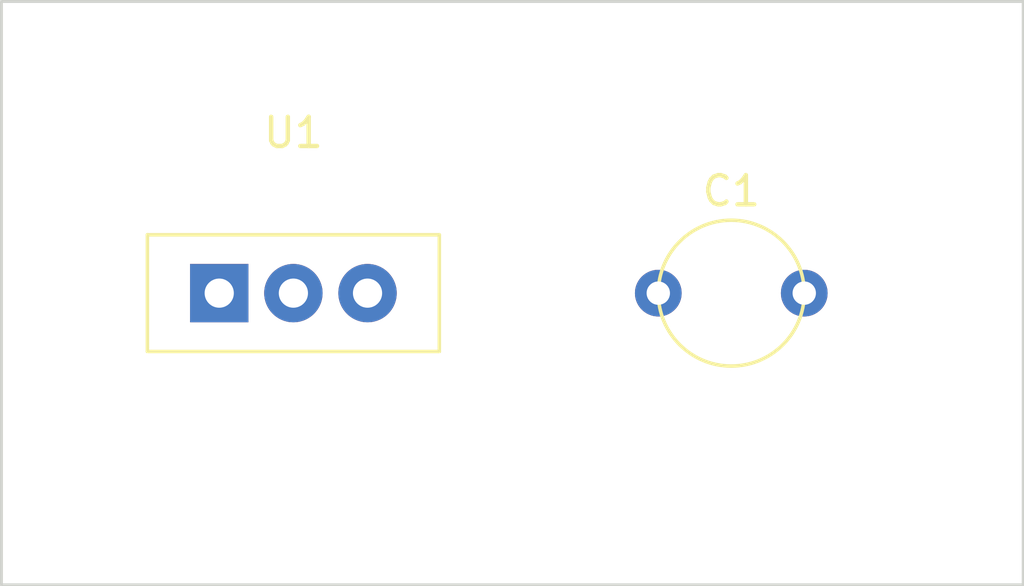
<source format=kicad_pcb>
(kicad_pcb (version 20211014) (generator "Text-to-PCB AI")
  (layers (0 "F.Cu" signal) (31 "B.Cu" signal) (34 "B.Paste" user) (35 "F.Paste" user) (36 "B.SilkS" user) (37 "F.SilkS" user) (38 "B.Mask" user) (39 "F.Mask" user) (44 "Edge.Cuts" user))
  (footprint "Package_TO_SOT_THT:TO-220-3_Vertical" (layer "F.Cu") (at 50.0 50.0)
    (fp_text reference "U1" (at 0 -5.5) (layer "F.SilkS"))
    (fp_text value "LM7805")
    (fp_line (start -5 -2) (end 5 -2) (layer "F.SilkS") (width 0.12))
    (fp_line (start 5 -2) (end 5 2) (layer "F.SilkS") (width 0.12))
    (fp_line (start 5 2) (end -5 2) (layer "F.SilkS") (width 0.12))
    (fp_line (start -5 2) (end -5 -2) (layer "F.SilkS") (width 0.12))
    (pad "1" thru_hole rect (at -2.54 0) (size 2 2) (drill 1) (layers "*.Cu" "*.Mask"))
    (pad "2" thru_hole circle (at 0 0) (size 2 2) (drill 1) (layers "*.Cu" "*.Mask"))
    (pad "3" thru_hole circle (at 2.54 0) (size 2 2) (drill 1) (layers "*.Cu" "*.Mask"))
  )
  (footprint "Capacitor_THT:C_Disc_D5.0mm_W2.5mm_P5.00mm" (layer "F.Cu") (at 65.0 50.0)
    (fp_text reference "C1" (at 0 -3.5) (layer "F.SilkS"))
    (fp_text value "Capacitor")
    (fp_circle (center 0 0) (end 2.5 0) (layer "F.SilkS") (width 0.12))
    (pad "1" thru_hole circle (at -2.5 0) (size 1.6 1.6) (drill 0.8) (layers "*.Cu" "*.Mask"))
    (pad "2" thru_hole circle (at 2.5 0) (size 1.6 1.6) (drill 0.8) (layers "*.Cu" "*.Mask"))
  )
  (gr_line (start 40.0 40.0) (end 75.0 40.0) (layer "Edge.Cuts") (width 0.1))
  (gr_line (start 75.0 40.0) (end 75.0 60.0) (layer "Edge.Cuts") (width 0.1))
  (gr_line (start 75.0 60.0) (end 40.0 60.0) (layer "Edge.Cuts") (width 0.1))
  (gr_line (start 40.0 60.0) (end 40.0 40.0) (layer "Edge.Cuts") (width 0.1))
)
</source>
